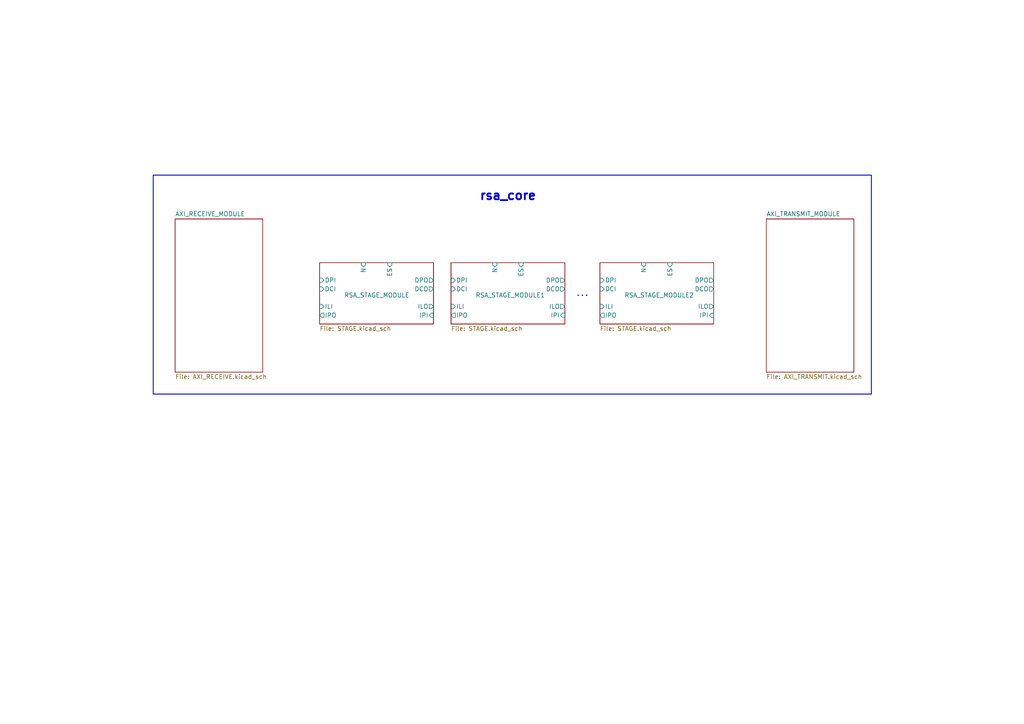
<source format=kicad_sch>
(kicad_sch
	(version 20231120)
	(generator "eeschema")
	(generator_version "8.0")
	(uuid "b37bab1d-0d37-4686-b894-9b4a217fcdb3")
	(paper "A4")
	(lib_symbols)
	(rectangle
		(start 44.45 50.8)
		(end 252.73 114.3)
		(stroke
			(width 0.254)
			(type default)
		)
		(fill
			(type none)
		)
		(uuid e1b4fa56-daa1-4554-b2d5-791065d61b5e)
	)
	(text "rsa_core"
		(exclude_from_sim no)
		(at 147.32 56.896 0)
		(effects
			(font
				(size 2.54 2.54)
				(thickness 0.508)
				(bold yes)
			)
		)
		(uuid "10fd7ce5-9062-4311-a21b-71edaeb8cc7f")
	)
	(text "..."
		(exclude_from_sim no)
		(at 168.91 84.836 0)
		(effects
			(font
				(size 2.54 2.54)
			)
		)
		(uuid "5d6a7cc9-0f92-49c9-a6cf-9811d366ea31")
	)
	(sheet
		(at 222.25 63.5)
		(size 25.4 44.45)
		(fields_autoplaced yes)
		(stroke
			(width 0.1524)
			(type solid)
		)
		(fill
			(color 0 0 0 0.0000)
		)
		(uuid "13dcc967-34b6-4992-aa6e-12cd2f23cead")
		(property "Sheetname" "AXI_TRANSMIT_MODULE"
			(at 222.25 62.7884 0)
			(effects
				(font
					(size 1.27 1.27)
				)
				(justify left bottom)
			)
		)
		(property "Sheetfile" "AXI_TRANSMIT.kicad_sch"
			(at 222.25 108.5346 0)
			(effects
				(font
					(size 1.27 1.27)
				)
				(justify left top)
			)
		)
		(instances
			(project "Microarchitecture"
				(path "/7e18b03f-0dd8-4430-9873-65919f4f0c9c/21c2d8ae-34c8-4eeb-a025-0344b2d7e18d"
					(page "7")
				)
			)
		)
	)
	(sheet
		(at 50.8 63.5)
		(size 25.4 44.45)
		(fields_autoplaced yes)
		(stroke
			(width 0.1524)
			(type solid)
		)
		(fill
			(color 0 0 0 0.0000)
		)
		(uuid "2a3bc4e3-7612-4120-a955-4baebcb77498")
		(property "Sheetname" "AXI_RECEIVE_MODULE"
			(at 50.8 62.7884 0)
			(effects
				(font
					(size 1.27 1.27)
				)
				(justify left bottom)
			)
		)
		(property "Sheetfile" "AXI_RECEIVE.kicad_sch"
			(at 50.8 108.5346 0)
			(effects
				(font
					(size 1.27 1.27)
				)
				(justify left top)
			)
		)
		(instances
			(project "Microarchitecture"
				(path "/7e18b03f-0dd8-4430-9873-65919f4f0c9c/21c2d8ae-34c8-4eeb-a025-0344b2d7e18d"
					(page "8")
				)
			)
		)
	)
	(sheet
		(at 173.99 76.2)
		(size 33.02 17.78)
		(stroke
			(width 0.1524)
			(type solid)
		)
		(fill
			(color 0 0 0 0.0000)
		)
		(uuid "2ff9fb5f-e895-4ed8-9926-01fc2395a11b")
		(property "Sheetname" "RSA_STAGE_MODULE2"
			(at 181.102 86.36 0)
			(effects
				(font
					(size 1.27 1.27)
				)
				(justify left bottom)
			)
		)
		(property "Sheetfile" "STAGE.kicad_sch"
			(at 173.99 94.5646 0)
			(effects
				(font
					(size 1.27 1.27)
				)
				(justify left top)
			)
		)
		(pin "ES" input
			(at 194.31 76.2 90)
			(effects
				(font
					(size 1.27 1.27)
				)
				(justify right)
			)
			(uuid "3c0c1b02-afaf-48be-b426-3632afbd62d8")
		)
		(pin "IPO" output
			(at 173.99 91.44 180)
			(effects
				(font
					(size 1.27 1.27)
				)
				(justify left)
			)
			(uuid "a2a4d10e-cd2b-4618-99e9-47b137fa693c")
		)
		(pin "DCI" input
			(at 173.99 83.82 180)
			(effects
				(font
					(size 1.27 1.27)
				)
				(justify left)
			)
			(uuid "879e57dc-e3c5-4b61-b1bf-13749bf043a0")
		)
		(pin "ILI" input
			(at 173.99 88.9 180)
			(effects
				(font
					(size 1.27 1.27)
				)
				(justify left)
			)
			(uuid "2f5c6dde-0f19-4ccb-9433-60349648a6c0")
		)
		(pin "DPI" input
			(at 173.99 81.28 180)
			(effects
				(font
					(size 1.27 1.27)
				)
				(justify left)
			)
			(uuid "464ade71-1182-497e-9def-9b98181ee484")
		)
		(pin "N" input
			(at 186.69 76.2 90)
			(effects
				(font
					(size 1.27 1.27)
				)
				(justify right)
			)
			(uuid "160d01ac-38e5-4e86-a71b-3c5dc1ad3458")
		)
		(pin "ILO" output
			(at 207.01 88.9 0)
			(effects
				(font
					(size 1.27 1.27)
				)
				(justify right)
			)
			(uuid "5f5ec822-2b7c-4f5c-bd51-81d87c6393d3")
		)
		(pin "DCO" output
			(at 207.01 83.82 0)
			(effects
				(font
					(size 1.27 1.27)
				)
				(justify right)
			)
			(uuid "e403797f-a908-4dd4-b549-e8ed68d7d853")
		)
		(pin "IPI" input
			(at 207.01 91.44 0)
			(effects
				(font
					(size 1.27 1.27)
				)
				(justify right)
			)
			(uuid "45f917ae-0f4f-4b66-bd18-898e27169d4e")
		)
		(pin "DPO" output
			(at 207.01 81.28 0)
			(effects
				(font
					(size 1.27 1.27)
				)
				(justify right)
			)
			(uuid "804b5770-5e22-40ab-b0ce-8e941fe9a78c")
		)
		(instances
			(project "Microarchitecture"
				(path "/7e18b03f-0dd8-4430-9873-65919f4f0c9c/21c2d8ae-34c8-4eeb-a025-0344b2d7e18d"
					(page "12")
				)
			)
		)
	)
	(sheet
		(at 130.81 76.2)
		(size 33.02 17.78)
		(stroke
			(width 0.1524)
			(type solid)
		)
		(fill
			(color 0 0 0 0.0000)
		)
		(uuid "5c7540d9-7028-48a5-955b-0e835a2154cd")
		(property "Sheetname" "RSA_STAGE_MODULE1"
			(at 137.922 86.36 0)
			(effects
				(font
					(size 1.27 1.27)
				)
				(justify left bottom)
			)
		)
		(property "Sheetfile" "STAGE.kicad_sch"
			(at 130.81 94.5646 0)
			(effects
				(font
					(size 1.27 1.27)
				)
				(justify left top)
			)
		)
		(pin "ES" input
			(at 151.13 76.2 90)
			(effects
				(font
					(size 1.27 1.27)
				)
				(justify right)
			)
			(uuid "05d63c7b-2732-4ce6-a778-33b4317dedf4")
		)
		(pin "IPO" output
			(at 130.81 91.44 180)
			(effects
				(font
					(size 1.27 1.27)
				)
				(justify left)
			)
			(uuid "af59914a-cbb7-4f31-b1d1-b8c42d4b59b1")
		)
		(pin "DCI" input
			(at 130.81 83.82 180)
			(effects
				(font
					(size 1.27 1.27)
				)
				(justify left)
			)
			(uuid "794448cc-a980-42b5-9f59-c70463e86cd3")
		)
		(pin "ILI" input
			(at 130.81 88.9 180)
			(effects
				(font
					(size 1.27 1.27)
				)
				(justify left)
			)
			(uuid "edb62ea6-eb6d-40b0-8820-63cead0222d9")
		)
		(pin "DPI" input
			(at 130.81 81.28 180)
			(effects
				(font
					(size 1.27 1.27)
				)
				(justify left)
			)
			(uuid "3b5ff1e4-c50c-4504-9e9e-bea366280973")
		)
		(pin "N" input
			(at 143.51 76.2 90)
			(effects
				(font
					(size 1.27 1.27)
				)
				(justify right)
			)
			(uuid "0f055af3-4372-4bdc-a15d-105fb0a5276f")
		)
		(pin "ILO" output
			(at 163.83 88.9 0)
			(effects
				(font
					(size 1.27 1.27)
				)
				(justify right)
			)
			(uuid "454a2e04-5c38-4e11-b8bb-fe486872bdce")
		)
		(pin "DCO" output
			(at 163.83 83.82 0)
			(effects
				(font
					(size 1.27 1.27)
				)
				(justify right)
			)
			(uuid "2f73027a-ff63-478c-bf9b-b49325d91af6")
		)
		(pin "IPI" input
			(at 163.83 91.44 0)
			(effects
				(font
					(size 1.27 1.27)
				)
				(justify right)
			)
			(uuid "1433f6ac-dc83-466e-841d-f08109d1df75")
		)
		(pin "DPO" output
			(at 163.83 81.28 0)
			(effects
				(font
					(size 1.27 1.27)
				)
				(justify right)
			)
			(uuid "6c94d6fe-8edf-401c-ad1c-4dfb7098837a")
		)
		(instances
			(project "Microarchitecture"
				(path "/7e18b03f-0dd8-4430-9873-65919f4f0c9c/21c2d8ae-34c8-4eeb-a025-0344b2d7e18d"
					(page "9")
				)
			)
		)
	)
	(sheet
		(at 92.71 76.2)
		(size 33.02 17.78)
		(stroke
			(width 0.1524)
			(type solid)
		)
		(fill
			(color 0 0 0 0.0000)
		)
		(uuid "d24df161-92da-4d3c-8ec4-b2b340dd12b4")
		(property "Sheetname" "RSA_STAGE_MODULE"
			(at 99.822 86.36 0)
			(effects
				(font
					(size 1.27 1.27)
				)
				(justify left bottom)
			)
		)
		(property "Sheetfile" "STAGE.kicad_sch"
			(at 92.71 94.5646 0)
			(effects
				(font
					(size 1.27 1.27)
				)
				(justify left top)
			)
		)
		(pin "ES" input
			(at 113.03 76.2 90)
			(effects
				(font
					(size 1.27 1.27)
				)
				(justify right)
			)
			(uuid "89dbb2c2-b230-4c4d-9ec9-2721ae480aa9")
		)
		(pin "IPO" output
			(at 92.71 91.44 180)
			(effects
				(font
					(size 1.27 1.27)
				)
				(justify left)
			)
			(uuid "ccb7f94a-a7c8-4b80-92be-39cee51f7931")
		)
		(pin "DCI" input
			(at 92.71 83.82 180)
			(effects
				(font
					(size 1.27 1.27)
				)
				(justify left)
			)
			(uuid "8721af86-25fc-45a9-9974-6809db66594f")
		)
		(pin "ILI" input
			(at 92.71 88.9 180)
			(effects
				(font
					(size 1.27 1.27)
				)
				(justify left)
			)
			(uuid "2501d509-dc78-4225-9ba8-588b29df1780")
		)
		(pin "DPI" input
			(at 92.71 81.28 180)
			(effects
				(font
					(size 1.27 1.27)
				)
				(justify left)
			)
			(uuid "159762dd-800b-461e-8f24-3ecd7ec77e54")
		)
		(pin "N" input
			(at 105.41 76.2 90)
			(effects
				(font
					(size 1.27 1.27)
				)
				(justify right)
			)
			(uuid "b8094e76-84bb-41e0-bab0-95c6f23dfdf3")
		)
		(pin "ILO" output
			(at 125.73 88.9 0)
			(effects
				(font
					(size 1.27 1.27)
				)
				(justify right)
			)
			(uuid "276cc05f-1df1-41bf-9328-cb1a348dcf4c")
		)
		(pin "DCO" output
			(at 125.73 83.82 0)
			(effects
				(font
					(size 1.27 1.27)
				)
				(justify right)
			)
			(uuid "68228d2d-85a9-481d-aa03-4ee87511e883")
		)
		(pin "IPI" input
			(at 125.73 91.44 0)
			(effects
				(font
					(size 1.27 1.27)
				)
				(justify right)
			)
			(uuid "13db05ac-f4a6-4030-b4b8-5e7de06fb9b9")
		)
		(pin "DPO" output
			(at 125.73 81.28 0)
			(effects
				(font
					(size 1.27 1.27)
				)
				(justify right)
			)
			(uuid "9eeaa375-31c0-4415-8f20-2943dbad0401")
		)
		(instances
			(project "Microarchitecture"
				(path "/7e18b03f-0dd8-4430-9873-65919f4f0c9c/21c2d8ae-34c8-4eeb-a025-0344b2d7e18d"
					(page "4")
				)
			)
		)
	)
)

</source>
